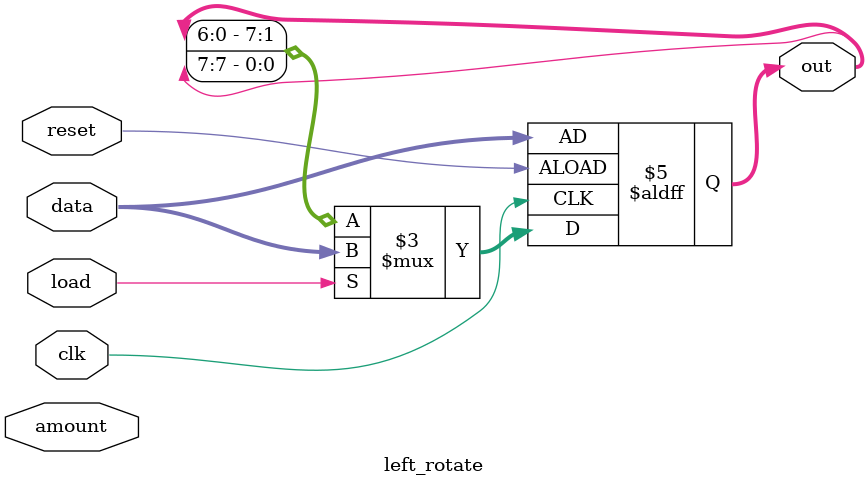
<source format=v>
module left_rotate(clk,reset,amount,data,load,out);
input clk,reset;
input [2:0] amount;
input [7:0] data;
input load;
output reg [7:0] out;
// when load is high, load data to out
// otherwise rotate the out register followed by left shift the out register by amount bits
always @(posedge clk or posedge reset)
begin
if (reset)
begin
out <= data;
end
else if (load)
begin
out <= data;
end
else
begin
out <= {out[6:0],out[7]};
end
end
endmodule

</source>
